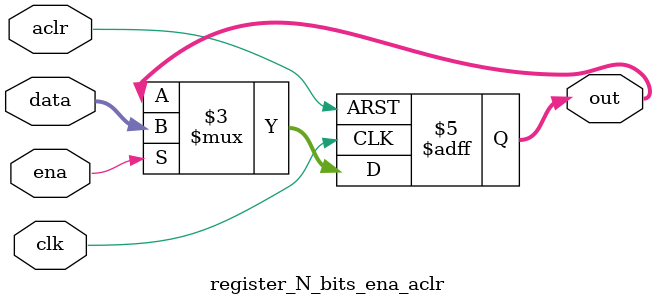
<source format=v>
module register_N_bits_ena_aclr #(parameter N =8)
											(input clk, aclr, ena,
											input wire[N-1:0] data,
											output reg [N-1:0] out);
						
	always @(posedge clk, posedge aclr)
		if(aclr) out <= 0;
		else if (ena) out <= data;
		else out <= out;
	
endmodule 
</source>
